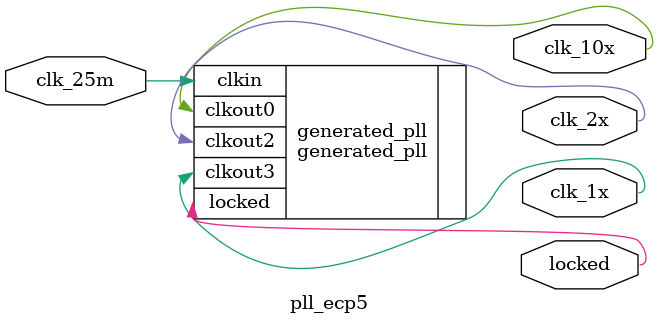
<source format=v>

`default_nettype none

module pll_ecp5 #(
    parameter ENABLE_FAST_CLK = 1
) (
    input clk_25m,

    output locked,
    output clk_1x,
    output clk_2x,
    output clk_10x
);
    generated_pll generated_pll(
        .clkin(clk_25m),
        .clkout0(clk_10x),
        .clkout3(clk_1x),
        .clkout2(clk_2x),
        .locked(locked)
    );

endmodule

</source>
